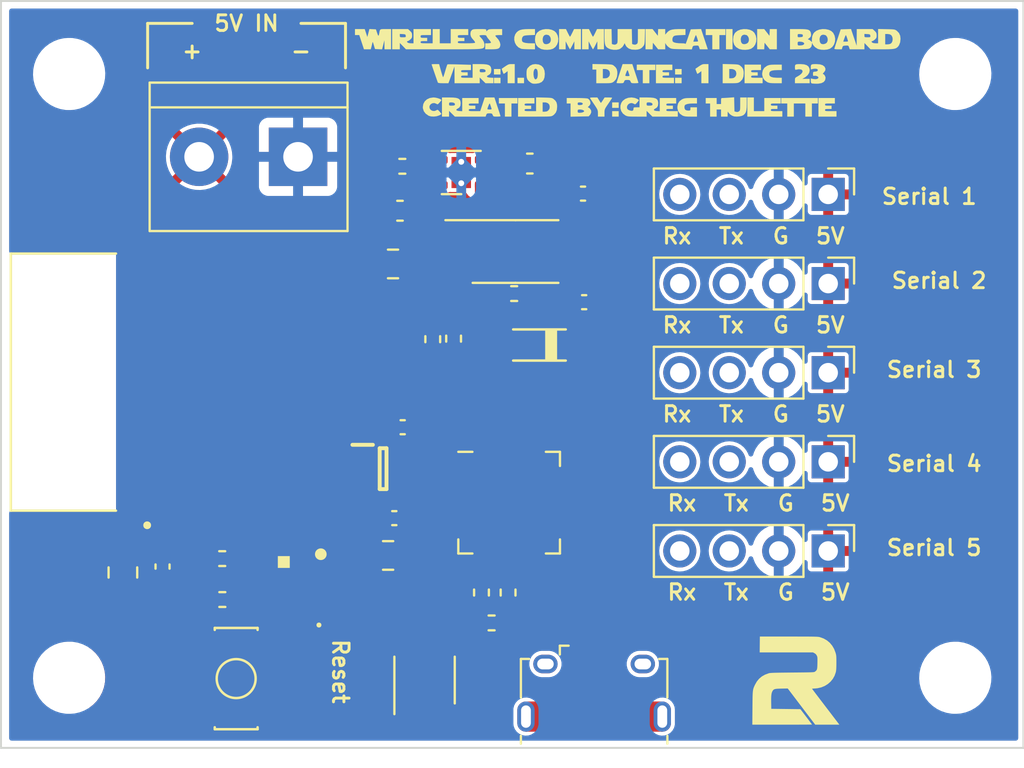
<source format=kicad_pcb>
(kicad_pcb (version 20211014) (generator pcbnew)
  (title_block (title "R2 Droid Gateway") (date "2023-07-06") (rev "1.1") (company "Created by: Greg Hulette") (comment 1 "- Creates WiFi Network for Remote Web Access") (comment 2 "- WiFi to LoRa Bridge") (comment 3 "- Buttons for Master Relay"))
  (layers (0 "F.Cu" signal) (1 "In1.Cu" signal) (2 "In2.Cu" signal) (31 "B.Cu" signal) (34 "B.Paste" user) (35 "F.Paste" user) (36 "B.SilkS" user "B.Silkscreen") (37 "F.SilkS" user "F.Silkscreen") (38 "B.Mask" user) (39 "F.Mask" user) (44 "Edge.Cuts" user))
  (net 0 "")
  (net 1 "+3V3")
  (net 2 "GND")
  (net 3 "RESET")
  (net 4 "Net-(C6-Pad2)")
  (net 5 "VBUS")
  (net 6 "+5V")
  (net 7 "Net-(D1-PadA)")
  (net 8 "USB_DP")
  (net 9 "USB_DN")
  (net 13 "Net-(L2-Pad3)")
  (net 14 "DTR")
  (net 15 "RTS")
  (net 16 "GPIO0")
  (net 17 "Net-(R2-Pad1)")
  (net 18 "RXD0")
  (net 19 "Net-(R3-Pad1)")
  (net 20 "TXD0")
  (net 21 "Net-(R4-Pad2)")
  (net 22 "Net-(R6-Pad1)")
  (net 23 "Net-(R9-Pad1)")
  (net 25 "STATUS_LED_DATA")
  (net 56 "TX_HEADER")
  (net 59 "RX4")
  (net 60 "TX4")
  (net 61 "RX5")
  (net 62 "TX5")
  (net 63 "TX3")
  (net 64 "RX3")
  (net 65 "TX2")
  (net 66 "RX2")
  (net 67 "TX1")
  (net 68 "RX1")
  (footprint "Connector_PinHeader_2.54mm:PinHeader_1x04_P2.54mm_Vertical" (layer "F.Cu") (at 147.974 102.259 -90)
    (fp_text reference "J4")
    (fp_text value "Conn_01x04" hide)
    (pad "1" thru_hole rect locked (at 0 0 270) (size 1.7 1.7) (drill 1) (layers *.Cu *.Mask) (net 6 "+5V"))
    (pad "2" thru_hole oval locked (at 0 2.54 270) (size 1.7 1.7) (drill 1) (layers *.Cu *.Mask) (net 2 "GND"))
    (pad "3" thru_hole oval locked (at 0 5.08 270) (size 1.7 1.7) (drill 1) (layers *.Cu *.Mask) (net 65 "TX2"))
    (pad "4" thru_hole oval locked (at 0 7.62 270) (size 1.7 1.7) (drill 1) (layers *.Cu *.Mask) (net 66 "RX2"))
  )
  (footprint "Resistor_SMD:R_0402_1005Metric" (layer "F.Cu") (at 130.692 119.684 180)
    (fp_text reference "R4")
    (fp_text value "22.1K" hide)
    (pad "1" smd roundrect locked (at -0.51 0 180) (size 0.54 0.64) (layers "F.Cu" "F.Paste" "F.Mask") (net 5 "VBUS"))
    (pad "2" smd roundrect locked (at 0.51 0 180) (size 0.54 0.64) (layers "F.Cu" "F.Paste" "F.Mask") (net 21 "Net-(R4-Pad2)"))
  )
  (footprint "Custom:SOT65P230X110-6N" (layer "F.Cu") (at 125.121 111.764)
    (fp_text reference "Q2")
    (fp_text value "UMH3N" hide)
    (pad "1" smd rect (at -1.05 -0.65) (size 1.05 0.45) (layers "F.Cu" "F.Paste" "F.Mask") (net 15 "RTS"))
    (pad "2" smd rect (at -1.05 0) (size 1.05 0.45) (layers "F.Cu" "F.Paste" "F.Mask") (net 14 "DTR"))
    (pad "3" smd rect (at -1.05 0.65) (size 1.05 0.45) (layers "F.Cu" "F.Paste" "F.Mask") (net 16 "GPIO0"))
    (pad "4" smd rect (at 1.05 0.65) (size 1.05 0.45) (layers "F.Cu" "F.Paste" "F.Mask") (net 14 "DTR"))
    (pad "5" smd rect (at 1.05 0) (size 1.05 0.45) (layers "F.Cu" "F.Paste" "F.Mask") (net 15 "RTS"))
    (pad "6" smd rect (at 1.05 -0.65) (size 1.05 0.45) (layers "F.Cu" "F.Paste" "F.Mask") (net 3 "RESET"))
  )
  (footprint "Capacitor_SMD:C_0402_1005Metric" (layer "F.Cu") (at 126.126 109.636)
    (fp_text reference "C3")
    (fp_text value ".1uF" hide)
    (pad "1" smd roundrect locked (at -0.48 0) (size 0.56 0.62) (layers "F.Cu" "F.Paste" "F.Mask") (net 3 "RESET"))
    (pad "2" smd roundrect locked (at 0.48 0) (size 0.56 0.62) (layers "F.Cu" "F.Paste" "F.Mask") (net 2 "GND"))
  )
  (footprint "Resistor_SMD:R_0402_1005Metric" (layer "F.Cu") (at 131.538 118.124 -90)
    (fp_text reference "R6")
    (fp_text value "1K" hide)
    (pad "1" smd roundrect locked (at -0.51 0 270) (size 0.54 0.64) (layers "F.Cu" "F.Paste" "F.Mask") (net 22 "Net-(R6-Pad1)"))
    (pad "2" smd roundrect locked (at 0.51 0 270) (size 0.54 0.64) (layers "F.Cu" "F.Paste" "F.Mask") (net 1 "+3V3"))
  )
  (footprint "Package_SO:TSSOP-8_4.4x3mm_P0.65mm" (layer "F.Cu") (at 131.92 100.614)
    (fp_text reference "U4")
    (fp_text value "TPS2115APW" hide)
    (pad "1" smd roundrect locked (at -2.8625 -0.975) (size 1.475 0.4) (layers "F.Cu" "F.Paste" "F.Mask"))
    (pad "2" smd roundrect locked (at -2.8625 -0.325) (size 1.475 0.4) (layers "F.Cu" "F.Paste" "F.Mask") (net 2 "GND"))
    (pad "3" smd roundrect locked (at -2.8625 0.325) (size 1.475 0.4) (layers "F.Cu" "F.Paste" "F.Mask") (net 6 "+5V"))
    (pad "4" smd roundrect locked (at -2.8625 0.975) (size 1.475 0.4) (layers "F.Cu" "F.Paste" "F.Mask") (net 23 "Net-(R9-Pad1)"))
    (pad "5" smd roundrect locked (at 2.8625 0.975) (size 1.475 0.4) (layers "F.Cu" "F.Paste" "F.Mask") (net 2 "GND"))
    (pad "6" smd roundrect locked (at 2.8625 0.325) (size 1.475 0.4) (layers "F.Cu" "F.Paste" "F.Mask") (net 5 "VBUS"))
    (pad "7" smd roundrect locked (at 2.8625 -0.325) (size 1.475 0.4) (layers "F.Cu" "F.Paste" "F.Mask") (net 4 "Net-(C6-Pad2)"))
    (pad "8" smd roundrect locked (at 2.8625 -0.975) (size 1.475 0.4) (layers "F.Cu" "F.Paste" "F.Mask") (net 6 "+5V"))
  )
  (footprint "Capacitor_SMD:C_0805_2012Metric" (layer "F.Cu") (at 125.63 101.252)
    (fp_text reference "C8")
    (fp_text value "10uF" hide)
    (pad "1" smd roundrect locked (at -0.95 0) (size 1 1.45) (layers "F.Cu" "F.Paste" "F.Mask") (net 2 "GND"))
    (pad "2" smd roundrect locked (at 0.95 0) (size 1 1.45) (layers "F.Cu" "F.Paste" "F.Mask") (net 4 "Net-(C6-Pad2)"))
  )
  (footprint "TerminalBlock:TerminalBlock_bornier-2_P5.08mm" (layer "F.Cu") (at 120.754 95.752 180)
    (fp_text reference "J2")
    (fp_text value "Power In" hide)
    (pad "1" thru_hole rect locked (at 0 0 180) (size 3 3) (drill 1.52) (layers *.Cu *.Mask) (net 2 "GND"))
    (pad "2" thru_hole circle locked (at 5.08 0 180) (size 3 3) (drill 1.52) (layers *.Cu *.Mask) (net 6 "+5V"))
  )
  (footprint "MountingHole:MountingHole_3.2mm_M3" (layer "F.Cu") (at 109 91.5)
    (fp_text reference "REF**" hide)
    (fp_text value "MountingHole_3.2mm_M3" hide)
    (pad "" np_thru_hole circle locked (at 0 0) (size 3.2 3.2) (drill 3.2) (layers *.Cu *.Mask))
  )
  (footprint "Resistor_SMD:R_0402_1005Metric" (layer "F.Cu") (at 130.172 118.124 -90)
    (fp_text reference "R5")
    (fp_text value "47.5K" hide)
    (pad "1" smd roundrect locked (at -0.51 0 270) (size 0.54 0.64) (layers "F.Cu" "F.Paste" "F.Mask") (net 21 "Net-(R4-Pad2)"))
    (pad "2" smd roundrect locked (at 0.51 0 270) (size 0.54 0.64) (layers "F.Cu" "F.Paste" "F.Mask") (net 2 "GND"))
  )
  (footprint "Capacitor_SMD:C_0805_2012Metric" (layer "F.Cu") (at 125.378 116.22 180)
    (fp_text reference "C4")
    (fp_text value "4.7uF" hide)
    (pad "1" smd roundrect locked (at -0.95 0 180) (size 1 1.45) (layers "F.Cu" "F.Paste" "F.Mask") (net 1 "+3V3"))
    (pad "2" smd roundrect locked (at 0.95 0 180) (size 1 1.45) (layers "F.Cu" "F.Paste" "F.Mask") (net 2 "GND"))
  )
  (footprint "Resistor_SMD:R_0402_1005Metric" (layer "F.Cu") (at 127.67 105.116 90)
    (fp_text reference "R2")
    (fp_text value "1K" hide)
    (pad "1" smd roundrect locked (at -0.51 0 90) (size 0.54 0.64) (layers "F.Cu" "F.Paste" "F.Mask") (net 17 "Net-(R2-Pad1)"))
    (pad "2" smd roundrect locked (at 0.51 0 90) (size 0.54 0.64) (layers "F.Cu" "F.Paste" "F.Mask") (net 18 "RXD0"))
  )
  (footprint "Resistor_SMD:R_0402_1005Metric" (layer "F.Cu") (at 116.86 116.382 180)
    (fp_text reference "R16")
    (fp_text value "470" hide)
    (pad "1" smd roundrect locked (at -0.51 0 180) (size 0.54 0.64) (layers "F.Cu" "F.Paste" "F.Mask") (net 13 "Net-(L2-Pad3)"))
    (pad "2" smd roundrect locked (at 0.51 0 180) (size 0.54 0.64) (layers "F.Cu" "F.Paste" "F.Mask") (net 25 "STATUS_LED_DATA"))
  )
  (footprint "MountingHole:MountingHole_3.2mm_M3" (layer "F.Cu") (at 154.5 122.5)
    (fp_text reference "REF**" hide)
    (fp_text value "MountingHole_3.2mm_M3" hide)
    (pad "" np_thru_hole circle locked (at 0 0) (size 3.2 3.2) (drill 3.2) (layers *.Cu *.Mask))
  )
  (footprint "Custom:MODULE_ESP32-PICO-MINI-02" (layer "F.Cu") (at 117.007 107.32 90)
    (fp_text reference "U1")
    (fp_text value "ESP32-PICO-MINI-02" hide)
    (pad "1" smd rect (at -5.9 -4 90) (size 0.8 0.4) (layers "F.Cu" "F.Paste" "F.Mask") (net 2 "GND"))
    (pad "2" smd rect (at -5.9 -3.2 90) (size 0.8 0.4) (layers "F.Cu" "F.Paste" "F.Mask") (net 2 "GND"))
    (pad "3" smd rect (at -5.9 -2.4 90) (size 0.8 0.4) (layers "F.Cu" "F.Paste" "F.Mask") (net 1 "+3V3"))
    (pad "4" smd rect (at -5.9 -1.6 90) (size 0.8 0.4) (layers "F.Cu" "F.Paste" "F.Mask"))
    (pad "5" smd rect (at -5.9 -0.8 90) (size 0.8 0.4) (layers "F.Cu" "F.Paste" "F.Mask"))
    (pad "6" smd rect (at -5.9 0 90) (size 0.8 0.4) (layers "F.Cu" "F.Paste" "F.Mask"))
    (pad "7" smd rect (at -5.9 0.8 90) (size 0.8 0.4) (layers "F.Cu" "F.Paste" "F.Mask"))
    (pad "8" smd rect (at -5.9 1.6 90) (size 0.8 0.4) (layers "F.Cu" "F.Paste" "F.Mask") (net 3 "RESET"))
    (pad "9" smd rect (at -5.9 2.4 90) (size 0.8 0.4) (layers "F.Cu" "F.Paste" "F.Mask"))
    (pad "10" smd rect (at -5.9 3.2 90) (size 0.8 0.4) (layers "F.Cu" "F.Paste" "F.Mask"))
    (pad "11" smd rect (at -5.9 4 90) (size 0.8 0.4) (layers "F.Cu" "F.Paste" "F.Mask") (net 2 "GND"))
    (pad "12" smd rect (at -4.8 4.9 90) (size 0.4 0.8) (layers "F.Cu" "F.Paste" "F.Mask"))
    (pad "13" smd rect (at -4 4.9 90) (size 0.4 0.8) (layers "F.Cu" "F.Paste" "F.Mask"))
    (pad "14" smd rect (at -3.2 4.9 90) (size 0.4 0.8) (layers "F.Cu" "F.Paste" "F.Mask") (net 2 "GND"))
    (pad "15" smd rect (at -2.4 4.9 90) (size 0.4 0.8) (layers "F.Cu" "F.Paste" "F.Mask"))
    (pad "16" smd rect (at -1.6 4.9 90) (size 0.4 0.8) (layers "F.Cu" "F.Paste" "F.Mask"))
    (pad "17" smd rect (at -0.8 4.9 90) (size 0.4 0.8) (layers "F.Cu" "F.Paste" "F.Mask") (net 59 "RX4"))
    (pad "18" smd rect (at 0 4.9 90) (size 0.4 0.8) (layers "F.Cu" "F.Paste" "F.Mask") (net 60 "TX4"))
    (pad "19" smd rect (at 0.8 4.9 90) (size 0.4 0.8) (layers "F.Cu" "F.Paste" "F.Mask") (net 61 "RX5"))
    (pad "20" smd rect (at 1.6 4.9 90) (size 0.4 0.8) (layers "F.Cu" "F.Paste" "F.Mask") (net 62 "TX5"))
    (pad "21" smd rect (at 2.4 4.9 90) (size 0.4 0.8) (layers "F.Cu" "F.Paste" "F.Mask") (net 63 "TX3"))
    (pad "22" smd rect (at 3.2 4.9 90) (size 0.4 0.8) (layers "F.Cu" "F.Paste" "F.Mask") (net 56 "TX_HEADER"))
    (pad "23" smd rect (at 4 4.9 90) (size 0.4 0.8) (layers "F.Cu" "F.Paste" "F.Mask") (net 16 "GPIO0"))
    (pad "24" smd rect (at 4.8 4.9 90) (size 0.4 0.8) (layers "F.Cu" "F.Paste" "F.Mask") (net 64 "RX3"))
    (pad "25" smd rect (at 5.9 4 90) (size 0.8 0.4) (layers "F.Cu" "F.Paste" "F.Mask"))
    (pad "26" smd rect (at 5.9 3.2 90) (size 0.8 0.4) (layers "F.Cu" "F.Paste" "F.Mask") (net 65 "TX2"))
    (pad "27" smd rect (at 5.9 2.4 90) (size 0.8 0.4) (layers "F.Cu" "F.Paste" "F.Mask") (net 66 "RX2"))
    (pad "28" smd rect (at 5.9 1.6 90) (size 0.8 0.4) (layers "F.Cu" "F.Paste" "F.Mask") (net 67 "TX1"))
    (pad "29" smd rect (at 5.9 0.8 90) (size 0.8 0.4) (layers "F.Cu" "F.Paste" "F.Mask") (net 68 "RX1"))
    (pad "30" smd rect (at 5.9 0 90) (size 0.8 0.4) (layers "F.Cu" "F.Paste" "F.Mask") (net 18 "RXD0"))
    (pad "31" smd rect (at 5.9 -0.8 90) (size 0.8 0.4) (layers "F.Cu" "F.Paste" "F.Mask") (net 20 "TXD0"))
    (pad "32" smd rect (at 5.9 -1.6 90) (size 0.8 0.4) (layers "F.Cu" "F.Paste" "F.Mask"))
    (pad "33" smd rect (at 5.9 -2.4 90) (size 0.8 0.4) (layers "F.Cu" "F.Paste" "F.Mask") (net 25 "STATUS_LED_DATA"))
    (pad "34" smd rect (at 5.9 -3.2 90) (size 0.8 0.4) (layers "F.Cu" "F.Paste" "F.Mask"))
    (pad "35" smd rect (at 5.9 -4 90) (size 0.8 0.4) (layers "F.Cu" "F.Paste" "F.Mask"))
    (pad "36" smd rect (at 4.8 -4.9 90) (size 0.4 0.8) (layers "F.Cu" "F.Paste" "F.Mask") (net 2 "GND"))
    (pad "37" smd rect (at 4 -4.9 90) (size 0.4 0.8) (layers "F.Cu" "F.Paste" "F.Mask") (net 2 "GND"))
    (pad "38" smd rect (at 3.2 -4.9 90) (size 0.4 0.8) (layers "F.Cu" "F.Paste" "F.Mask") (net 2 "GND"))
    (pad "39" smd rect (at 2.4 -4.9 90) (size 0.4 0.8) (layers "F.Cu" "F.Paste" "F.Mask") (net 2 "GND"))
    (pad "40" smd rect (at 1.6 -4.9 90) (size 0.4 0.8) (layers "F.Cu" "F.Paste" "F.Mask") (net 2 "GND"))
    (pad "41" smd rect (at 0.8 -4.9 90) (size 0.4 0.8) (layers "F.Cu" "F.Paste" "F.Mask") (net 2 "GND"))
    (pad "42" smd rect (at 0 -4.9 90) (size 0.4 0.8) (layers "F.Cu" "F.Paste" "F.Mask") (net 2 "GND"))
    (pad "43" smd rect (at -0.8 -4.9 90) (size 0.4 0.8) (layers "F.Cu" "F.Paste" "F.Mask") (net 2 "GND"))
    (pad "44" smd rect (at -1.6 -4.9 90) (size 0.4 0.8) (layers "F.Cu" "F.Paste" "F.Mask") (net 2 "GND"))
    (pad "45" smd rect (at -2.4 -4.9 90) (size 0.4 0.8) (layers "F.Cu" "F.Paste" "F.Mask") (net 2 "GND"))
    (pad "46" smd rect (at -3.2 -4.9 90) (size 0.4 0.8) (layers "F.Cu" "F.Paste" "F.Mask") (net 2 "GND"))
    (pad "47" smd rect (at -4 -4.9 90) (size 0.4 0.8) (layers "F.Cu" "F.Paste" "F.Mask") (net 2 "GND"))
    (pad "48" smd rect (at -4.8 -4.9 90) (size 0.4 0.8) (layers "F.Cu" "F.Paste" "F.Mask") (net 2 "GND"))
    (pad "49" smd rect (at 0 0 90) (size 1.45 1.45) (layers "F.Cu" "F.Paste" "F.Mask") (net 2 "GND"))
    (pad "50" smd rect (at 5.95 -4.95 90) (size 0.7 0.7) (layers "F.Cu" "F.Paste" "F.Mask") (net 2 "GND"))
    (pad "51" smd rect (at 5.95 4.95 90) (size 0.7 0.7) (layers "F.Cu" "F.Paste" "F.Mask") (net 2 "GND"))
    (pad "52" smd rect (at -5.95 4.95 90) (size 0.7 0.7) (layers "F.Cu" "F.Paste" "F.Mask") (net 2 "GND"))
    (pad "53" smd rect (at -5.95 -4.95 90) (size 0.7 0.7) (layers "F.Cu" "F.Paste" "F.Mask") (net 2 "GND"))
    (pad "54" smd rect (at -1.95 0 90) (size 1.45 1.45) (layers "F.Cu" "F.Paste" "F.Mask") (net 2 "GND"))
    (pad "55" smd rect (at -1.95 1.95 90) (size 1.45 1.45) (layers "F.Cu" "F.Paste" "F.Mask") (net 2 "GND"))
    (pad "56" smd rect (at 0 1.95 90) (size 1.45 1.45) (layers "F.Cu" "F.Paste" "F.Mask") (net 2 "GND"))
    (pad "57" smd rect (at 1.95 1.95 90) (size 1.45 1.45) (layers "F.Cu" "F.Paste" "F.Mask") (net 2 "GND"))
    (pad "58" smd rect (at 1.95 0 90) (size 1.45 1.45) (layers "F.Cu" "F.Paste" "F.Mask") (net 2 "GND"))
    (pad "59" smd rect (at 1.95 -1.95 90) (size 1.45 1.45) (layers "F.Cu" "F.Paste" "F.Mask") (net 2 "GND"))
    (pad "60" smd rect (at 0 -1.95 90) (size 1.45 1.45) (layers "F.Cu" "F.Paste" "F.Mask") (net 2 "GND"))
    (pad "61" smd custom (at -1.95 -1.95 90) (size 0.5 0.5) (layers "F.Cu") (net 2 "GND") (options (clearance outline) (anchor rect)) (primitives (gr_poly (pts (xy 0.725 0.725) (xy -0.725 0.725) (xy -0.725 -0.125) (xy -0.125 -0.725) (xy 0.725 -0.725)) (width 0.01) (fill yes))))
    (zone (net 0) (net_name "") (layer "F.Cu") (connect_pads (clearance 0)) (min_thickness 0.01)
      (keepout (tracks not_allowed) (vias not_allowed) (pads not_allowed) (copperpour not_allowed) (footprints allowed))
      (fill (thermal_gap 0.508) (thermal_bridge_width 0.508))
      (polygon (pts (xy 106.007 113.92) (xy 106.007 100.72) (xy 111.407 100.72) (xy 111.407 113.92)))
    )
    (zone (net 0) (net_name "") (layer "B.Cu") (connect_pads (clearance 0)) (min_thickness 0.01)
      (keepout (tracks not_allowed) (vias not_allowed) (pads not_allowed) (copperpour not_allowed) (footprints allowed))
      (fill (thermal_gap 0.508) (thermal_bridge_width 0.508))
      (polygon (pts (xy 106.007 113.92) (xy 106.007 100.72) (xy 111.407 100.72) (xy 111.407 113.92)))
    )
  )
  (footprint "Connector_PinHeader_2.54mm:PinHeader_1x04_P2.54mm_Vertical" (layer "F.Cu") (at 147.974 106.836 -90)
    (fp_text reference "J5")
    (fp_text value "Conn_01x04" hide)
    (pad "1" thru_hole rect locked (at 0 0 270) (size 1.7 1.7) (drill 1) (layers *.Cu *.Mask) (net 6 "+5V"))
    (pad "2" thru_hole oval locked (at 0 2.54 270) (size 1.7 1.7) (drill 1) (layers *.Cu *.Mask) (net 2 "GND"))
    (pad "3" thru_hole oval locked (at 0 5.08 270) (size 1.7 1.7) (drill 1) (layers *.Cu *.Mask) (net 63 "TX3"))
    (pad "4" thru_hole oval locked (at 0 7.62 270) (size 1.7 1.7) (drill 1) (layers *.Cu *.Mask) (net 64 "RX3"))
  )
  (footprint "Capacitor_SMD:C_0402_1005Metric" (layer "F.Cu") (at 135.444 103.216)
    (fp_text reference "C12")
    (fp_text value ".1uF" hide)
    (pad "1" smd roundrect locked (at -0.48 0) (size 0.56 0.62) (layers "F.Cu" "F.Paste" "F.Mask") (net 5 "VBUS"))
    (pad "2" smd roundrect locked (at 0.48 0) (size 0.56 0.62) (layers "F.Cu" "F.Paste" "F.Mask") (net 2 "GND"))
  )
  (footprint "Connector_PinHeader_2.54mm:PinHeader_1x04_P2.54mm_Vertical" (layer "F.Cu") (at 147.974 115.99 -90)
    (fp_text reference "J7")
    (fp_text value "Conn_01x04" hide)
    (pad "1" thru_hole rect locked (at 0 0 270) (size 1.7 1.7) (drill 1) (layers *.Cu *.Mask) (net 6 "+5V"))
    (pad "2" thru_hole oval locked (at 0 2.54 270) (size 1.7 1.7) (drill 1) (layers *.Cu *.Mask) (net 2 "GND"))
    (pad "3" thru_hole oval locked (at 0 5.08 270) (size 1.7 1.7) (drill 1) (layers *.Cu *.Mask) (net 62 "TX5"))
    (pad "4" thru_hole oval locked (at 0 7.62 270) (size 1.7 1.7) (drill 1) (layers *.Cu *.Mask) (net 61 "RX5"))
  )
  (footprint "MountingHole:MountingHole_3.2mm_M3" (layer "F.Cu") (at 109 122.5)
    (fp_text reference "REF**" hide)
    (fp_text value "MountingHole_3.2mm_M3" hide)
    (pad "" np_thru_hole circle locked (at 0 0) (size 3.2 3.2) (drill 3.2) (layers *.Cu *.Mask))
  )
  (footprint "Capacitor_SMD:C_0603_1608Metric" (layer "F.Cu") (at 125.988 98.52 180)
    (fp_text reference "C6")
    (fp_text value "1uF" hide)
    (pad "1" smd roundrect locked (at -0.775 0 180) (size 0.9 0.95) (layers "F.Cu" "F.Paste" "F.Mask") (net 2 "GND"))
    (pad "2" smd roundrect locked (at 0.775 0 180) (size 0.9 0.95) (layers "F.Cu" "F.Paste" "F.Mask") (net 4 "Net-(C6-Pad2)"))
  )
  (footprint "Resistor_SMD:R_0402_1005Metric" (layer "F.Cu") (at 131.85 102.774)
    (fp_text reference "R9")
    (fp_text value "400" hide)
    (pad "1" smd roundrect locked (at -0.51 0) (size 0.54 0.64) (layers "F.Cu" "F.Paste" "F.Mask") (net 23 "Net-(R9-Pad1)"))
    (pad "2" smd roundrect locked (at 0.51 0) (size 0.54 0.64) (layers "F.Cu" "F.Paste" "F.Mask") (net 2 "GND"))
  )
  (footprint "Connector_PinHeader_2.54mm:PinHeader_1x04_P2.54mm_Vertical" (layer "F.Cu") (at 147.974 111.413 -90)
    (fp_text reference "J6")
    (fp_text value "Conn_01x04" hide)
    (pad "1" thru_hole rect locked (at 0 0 270) (size 1.7 1.7) (drill 1) (layers *.Cu *.Mask) (net 6 "+5V"))
    (pad "2" thru_hole oval locked (at 0 2.54 270) (size 1.7 1.7) (drill 1) (layers *.Cu *.Mask) (net 2 "GND"))
    (pad "3" thru_hole oval locked (at 0 5.08 270) (size 1.7 1.7) (drill 1) (layers *.Cu *.Mask) (net 60 "TX4"))
    (pad "4" thru_hole oval locked (at 0 7.62 270) (size 1.7 1.7) (drill 1) (layers *.Cu *.Mask) (net 59 "RX4"))
  )
  (footprint "Capacitor_SMD:C_0402_1005Metric" (layer "F.Cu") (at 113.796 116.79 -90)
    (fp_text reference "C2")
    (fp_text value ".1uF" hide)
    (pad "1" smd roundrect locked (at -0.48 0 270) (size 0.56 0.62) (layers "F.Cu" "F.Paste" "F.Mask") (net 1 "+3V3"))
    (pad "2" smd roundrect locked (at 0.48 0 270) (size 0.56 0.62) (layers "F.Cu" "F.Paste" "F.Mask") (net 2 "GND"))
  )
  (footprint "Resistor_SMD:R_0402_1005Metric" (layer "F.Cu") (at 128.74 105.088 90)
    (fp_text reference "R3")
    (fp_text value "1K" hide)
    (pad "1" smd roundrect locked (at -0.51 0 90) (size 0.54 0.64) (layers "F.Cu" "F.Paste" "F.Mask") (net 19 "Net-(R3-Pad1)"))
    (pad "2" smd roundrect locked (at 0.51 0 90) (size 0.54 0.64) (layers "F.Cu" "F.Paste" "F.Mask") (net 20 "TXD0"))
  )
  (footprint "Capacitor_SMD:C_0805_2012Metric" (layer "F.Cu") (at 111.76 117.094 -90)
    (fp_text reference "C1")
    (fp_text value "10uF" hide)
    (pad "1" smd roundrect locked (at -0.95 0 270) (size 1 1.45) (layers "F.Cu" "F.Paste" "F.Mask") (net 1 "+3V3"))
    (pad "2" smd roundrect locked (at 0.95 0 270) (size 1 1.45) (layers "F.Cu" "F.Paste" "F.Mask") (net 2 "GND"))
  )
  (footprint "Connector_USB:USB_Micro-B_Amphenol_10118194_Horizontal" (layer "F.Cu") (at 135.956 123.194)
    (fp_text reference "J1")
    (fp_text value "USB_B_Micro" hide)
    (pad "1" smd rect locked (at -1.3 -1.4) (size 0.4 1.35) (layers "F.Cu" "F.Paste" "F.Mask") (net 7 "Net-(D1-PadA)"))
    (pad "2" smd rect locked (at -0.65 -1.4) (size 0.4 1.35) (layers "F.Cu" "F.Paste" "F.Mask") (net 9 "USB_DN"))
    (pad "3" smd rect locked (at 0 -1.4) (size 0.4 1.35) (layers "F.Cu" "F.Paste" "F.Mask") (net 8 "USB_DP"))
    (pad "4" smd rect locked (at 0.65 -1.4) (size 0.4 1.35) (layers "F.Cu" "F.Paste" "F.Mask"))
    (pad "5" smd rect locked (at 1.3 -1.4) (size 0.4 1.35) (layers "F.Cu" "F.Paste" "F.Mask") (net 2 "GND"))
    (pad "6" thru_hole oval locked (at -2.5 -1.4) (size 1.25 0.95) (drill oval 0.85 0.55) (layers *.Cu *.Mask))
    (pad "6" smd rect locked (at 2.9 1.3) (size 1.2 1.55) (layers "F.Cu" "F.Paste" "F.Mask"))
    (pad "6" smd rect locked (at -1 1.3) (size 1.5 1.55) (layers "F.Cu" "F.Paste" "F.Mask"))
    (pad "6" thru_hole oval locked (at 2.5 -1.4) (size 1.25 0.95) (drill oval 0.85 0.55) (layers *.Cu *.Mask))
    (pad "6" smd rect locked (at -2.9 1.3) (size 1.2 1.55) (layers "F.Cu" "F.Paste" "F.Mask"))
    (pad "6" thru_hole oval locked (at -3.5 1.3) (size 0.89 1.55) (drill oval 0.5 1.15) (layers *.Cu *.Mask))
    (pad "6" thru_hole oval locked (at 3.5 1.3) (size 0.89 1.55) (drill oval 0.5 1.15) (layers *.Cu *.Mask))
    (pad "6" smd rect locked (at 1 1.3) (size 1.5 1.55) (layers "F.Cu" "F.Paste" "F.Mask"))
  )
  (footprint "Custom:WS2812B-2020" (layer "F.Cu") (at 120.022 117.157)
    (fp_text reference "L2")
    (fp_text value "WS2812B-2020" hide)
    (pad "1" smd rect (at 1.015 0.65) (size 1 1) (layers "F.Cu" "F.Paste" "F.Mask"))
    (pad "2" smd rect (at 1.015 -0.65) (size 1 1) (layers "F.Cu" "F.Paste" "F.Mask") (net 2 "GND"))
    (pad "3" smd rect (at -1.015 -0.65) (size 1 1) (layers "F.Cu" "F.Paste" "F.Mask") (net 13 "Net-(L2-Pad3)"))
    (pad "4" smd rect (at -1.015 0.65) (size 1 1) (layers "F.Cu" "F.Paste" "F.Mask") (net 1 "+3V3"))
  )
  (footprint "MountingHole:MountingHole_3.2mm_M3" (layer "F.Cu") (at 154.5 91.5)
    (fp_text reference "REF**" hide)
    (fp_text value "MountingHole_3.2mm_M3" hide)
    (pad "" np_thru_hole circle locked (at 0 0) (size 3.2 3.2) (drill 3.2) (layers *.Cu *.Mask))
  )
  (footprint "Capacitor_SMD:C_0402_1005Metric" (layer "F.Cu") (at 135.386 97.642)
    (fp_text reference "C9")
    (fp_text value ".1uF" hide)
    (pad "1" smd roundrect locked (at -0.48 0) (size 0.56 0.62) (layers "F.Cu" "F.Paste" "F.Mask") (net 6 "+5V"))
    (pad "2" smd roundrect locked (at 0.48 0) (size 0.56 0.62) (layers "F.Cu" "F.Paste" "F.Mask") (net 2 "GND"))
  )
  (footprint "Capacitor_SMD:C_0402_1005Metric" (layer "F.Cu") (at 125.696 114.304 180)
    (fp_text reference "C5")
    (fp_text value ".1uF" hide)
    (pad "1" smd roundrect locked (at -0.48 0 180) (size 0.56 0.62) (layers "F.Cu" "F.Paste" "F.Mask") (net 1 "+3V3"))
    (pad "2" smd roundrect locked (at 0.48 0 180) (size 0.56 0.62) (layers "F.Cu" "F.Paste" "F.Mask") (net 2 "GND"))
  )
  (footprint "Package_DFN_QFN:QFN-28-1EP_5x5mm_P0.5mm_EP3.35x3.35mm" (layer "F.Cu") (at 131.592 113.51)
    (fp_text reference "U2")
    (fp_text value "CP2102N-A02-GQFN28" hide)
    (pad "1" smd roundrect locked (at -2.45 -1.5) (size 0.8 0.25) (layers "F.Cu" "F.Paste" "F.Mask"))
    (pad "2" smd roundrect locked (at -2.45 -1) (size 0.8 0.25) (layers "F.Cu" "F.Paste" "F.Mask"))
    (pad "3" smd roundrect locked (at -2.45 -0.5) (size 0.8 0.25) (layers "F.Cu" "F.Paste" "F.Mask") (net 2 "GND"))
    (pad "4" smd roundrect locked (at -2.45 0) (size 0.8 0.25) (layers "F.Cu" "F.Paste" "F.Mask") (net 8 "USB_DP"))
    (pad "5" smd roundrect locked (at -2.45 0.5) (size 0.8 0.25) (layers "F.Cu" "F.Paste" "F.Mask") (net 9 "USB_DN"))
    (pad "6" smd roundrect locked (at -2.45 1) (size 0.8 0.25) (layers "F.Cu" "F.Paste" "F.Mask") (net 1 "+3V3"))
    (pad "7" smd roundrect locked (at -2.45 1.5) (size 0.8 0.25) (layers "F.Cu" "F.Paste" "F.Mask") (net 1 "+3V3"))
    (pad "8" smd roundrect locked (at -1.5 2.45) (size 0.25 0.8) (layers "F.Cu" "F.Paste" "F.Mask") (net 21 "Net-(R4-Pad2)"))
    (pad "9" smd roundrect locked (at -1 2.45) (size 0.25 0.8) (layers "F.Cu" "F.Paste" "F.Mask") (net 22 "Net-(R6-Pad1)"))
    (pad "10" smd roundrect locked (at -0.5 2.45) (size 0.25 0.8) (layers "F.Cu" "F.Paste" "F.Mask"))
    (pad "11" smd roundrect locked (at 0 2.45) (size 0.25 0.8) (layers "F.Cu" "F.Paste" "F.Mask"))
    (pad "12" smd roundrect locked (at 0.5 2.45) (size 0.25 0.8) (layers "F.Cu" "F.Paste" "F.Mask"))
    (pad "13" smd roundrect locked (at 1 2.45) (size 0.25 0.8) (layers "F.Cu" "F.Paste" "F.Mask"))
    (pad "14" smd roundrect locked (at 1.5 2.45) (size 0.25 0.8) (layers "F.Cu" "F.Paste" "F.Mask"))
    (pad "15" smd roundrect locked (at 2.45 1.5) (size 0.8 0.25) (layers "F.Cu" "F.Paste" "F.Mask"))
    (pad "16" smd roundrect locked (at 2.45 1) (size 0.8 0.25) (layers "F.Cu" "F.Paste" "F.Mask"))
    (pad "17" smd roundrect locked (at 2.45 0.5) (size 0.8 0.25) (layers "F.Cu" "F.Paste" "F.Mask"))
    (pad "18" smd roundrect locked (at 2.45 0) (size 0.8 0.25) (layers "F.Cu" "F.Paste" "F.Mask"))
    (pad "19" smd roundrect locked (at 2.45 -0.5) (size 0.8 0.25) (layers "F.Cu" "F.Paste" "F.Mask"))
    (pad "20" smd roundrect locked (at 2.45 -1) (size 0.8 0.25) (layers "F.Cu" "F.Paste" "F.Mask"))
    (pad "21" smd roundrect locked (at 2.45 -1.5) (size 0.8 0.25) (layers "F.Cu" "F.Paste" "F.Mask"))
    (pad "22" smd roundrect locked (at 1.5 -2.45) (size 0.25 0.8) (layers "F.Cu" "F.Paste" "F.Mask"))
    (pad "23" smd roundrect locked (at 1 -2.45) (size 0.25 0.8) (layers "F.Cu" "F.Paste" "F.Mask"))
    (pad "24" smd roundrect locked (at 0.5 -2.45) (size 0.25 0.8) (layers "F.Cu" "F.Paste" "F.Mask") (net 15 "RTS"))
    (pad "25" smd roundrect locked (at 0 -2.45) (size 0.25 0.8) (layers "F.Cu" "F.Paste" "F.Mask") (net 19 "Net-(R3-Pad1)"))
    (pad "26" smd roundrect locked (at -0.5 -2.45) (size 0.25 0.8) (layers "F.Cu" "F.Paste" "F.Mask") (net 17 "Net-(R2-Pad1)"))
    (pad "27" smd roundrect locked (at -1 -2.45) (size 0.25 0.8) (layers "F.Cu" "F.Paste" "F.Mask"))
    (pad "28" smd roundrect locked (at -1.5 -2.45) (size 0.25 0.8) (layers "F.Cu" "F.Paste" "F.Mask") (net 14 "DTR"))
    (pad "29" smd rect locked (at 0 0) (size 3.35 3.35) (layers "F.Cu" "F.Mask") (net 2 "GND"))
  )
  (footprint "Logos:WCB" (layer "F.Cu") (at 137.668 91.44)
    (fp_text reference "G***")
    (fp_text value "LOGO" hide)
  )
  (footprint "Connector_PinHeader_2.54mm:PinHeader_1x04_P2.54mm_Vertical" (layer "F.Cu") (at 147.974 97.682 -90)
    (fp_text reference "J3")
    (fp_text value "Conn_01x04" hide)
    (pad "1" thru_hole rect locked (at 0 0 270) (size 1.7 1.7) (drill 1) (layers *.Cu *.Mask) (net 6 "+5V"))
    (pad "2" thru_hole oval locked (at 0 2.54 270) (size 1.7 1.7) (drill 1) (layers *.Cu *.Mask) (net 2 "GND"))
    (pad "3" thru_hole oval locked (at 0 5.08 270) (size 1.7 1.7) (drill 1) (layers *.Cu *.Mask) (net 67 "TX1"))
    (pad "4" thru_hole oval locked (at 0 7.62 270) (size 1.7 1.7) (drill 1) (layers *.Cu *.Mask) (net 68 "RX1"))
  )
  (footprint "Package_TO_SOT_SMD:SOT-143" (layer "F.Cu") (at 127.25 122.618 90)
    (fp_text reference "D2")
    (fp_text value "SP0503BAHTG" hide)
    (pad "1" smd rect locked (at -1.1 -0.77) (size 1.2 1.4) (layers "F.Cu" "F.Paste" "F.Mask") (net 2 "GND"))
    (pad "2" smd rect locked (at -1.1 0.95) (size 1 1.4) (layers "F.Cu" "F.Paste" "F.Mask") (net 7 "Net-(D1-PadA)"))
    (pad "3" smd rect locked (at 1.1 0.95) (size 1 1.4) (layers "F.Cu" "F.Paste" "F.Mask") (net 8 "USB_DP"))
    (pad "4" smd rect locked (at 1.1 -0.95) (size 1 1.4) (layers "F.Cu" "F.Paste" "F.Mask") (net 9 "USB_DN"))
  )
  (footprint "Capacitor_SMD:C_0603_1608Metric" (layer "F.Cu") (at 132.654 96.098 180)
    (fp_text reference "C7")
    (fp_text value "1uF" hide)
    (pad "1" smd roundrect locked (at -0.775 0 180) (size 0.9 0.95) (layers "F.Cu" "F.Paste" "F.Mask") (net 2 "GND"))
    (pad "2" smd roundrect locked (at 0.775 0 180) (size 0.9 0.95) (layers "F.Cu" "F.Paste" "F.Mask") (net 1 "+3V3"))
  )
  (footprint "Custom:SOD3716X135N" (layer "F.Cu") (at 133.1485 105.4145 180)
    (fp_text reference "D1")
    (fp_text value "B5819W-TP" hide)
    (pad "A" smd rect (at 1.6383 0 180) (size 0.9144 1.2192) (layers "F.Cu" "F.Paste" "F.Mask") (net 7 "Net-(D1-PadA)"))
    (pad "C" smd rect (at -1.6383 0 180) (size 0.9144 1.2192) (layers "F.Cu" "F.Paste" "F.Mask") (net 5 "VBUS"))
  )
  (footprint "Package_SON:WSON-6-1EP_2x2mm_P0.65mm_EP1x1.6mm_ThermalVias" (layer "F.Cu") (at 129.134 96.558 180)
    (fp_text reference "U3")
    (fp_text value "LP5912-3.3DRV" hide)
    (pad "1" smd roundrect locked (at -0.8875 -0.65 180) (size 0.375 0.4) (layers "F.Cu" "F.Paste" "F.Mask") (net 1 "+3V3"))
    (pad "2" smd roundrect locked (at -0.8875 0 180) (size 0.375 0.4) (layers "F.Cu" "F.Paste" "F.Mask"))
    (pad "3" smd roundrect locked (at -0.8875 0.65 180) (size 0.375 0.4) (layers "F.Cu" "F.Paste" "F.Mask") (net 2 "GND"))
    (pad "4" smd roundrect locked (at 0.8875 0.65 180) (size 0.375 0.4) (layers "F.Cu" "F.Paste" "F.Mask") (net 4 "Net-(C6-Pad2)"))
    (pad "5" smd roundrect locked (at 0.8875 0 180) (size 0.375 0.4) (layers "F.Cu" "F.Paste" "F.Mask") (net 2 "GND"))
    (pad "6" smd roundrect locked (at 0.8875 -0.65 180) (size 0.375 0.4) (layers "F.Cu" "F.Paste" "F.Mask") (net 4 "Net-(C6-Pad2)"))
    (pad "7" thru_hole circle locked (at 0 -0.55 180) (size 0.5 0.5) (drill 0.3) (layers *.Cu) (net 2 "GND"))
    (pad "7" thru_hole circle locked (at 0 0.55 180) (size 0.5 0.5) (drill 0.3) (layers *.Cu) (net 2 "GND"))
    (pad "7" smd rect locked (at 0 0 180) (size 1 1.6) (layers "F.Cu" "F.Mask") (net 2 "GND"))
    (pad "7" smd rect locked (at 0 0 180) (size 0.5 1.6) (layers "B.Cu") (net 2 "GND"))
  )
  (footprint "Resistor_SMD:R_0402_1005Metric" (layer "F.Cu") (at 126.108 96.238)
    (fp_text reference "R10")
    (fp_text value "400" hide)
    (pad "1" smd roundrect locked (at -0.51 0) (size 0.54 0.64) (layers "F.Cu" "F.Paste" "F.Mask") (net 4 "Net-(C6-Pad2)"))
    (pad "2" smd roundrect locked (at 0.51 0) (size 0.54 0.64) (layers "F.Cu" "F.Paste" "F.Mask") (net 2 "GND"))
  )
  (footprint "Resistor_SMD:R_0402_1005Metric" (layer "F.Cu") (at 116.866 118.484)
    (fp_text reference "R1")
    (fp_text value "10K" hide)
    (pad "1" smd roundrect locked (at -0.51 0) (size 0.54 0.64) (layers "F.Cu" "F.Paste" "F.Mask") (net 1 "+3V3"))
    (pad "2" smd roundrect locked (at 0.51 0) (size 0.54 0.64) (layers "F.Cu" "F.Paste" "F.Mask") (net 3 "RESET"))
  )
  (footprint "Logos:R2_Logo_V2" (layer "F.Cu") (at 146.304 123.000871)
    (fp_text reference "G***" hide)
    (fp_text value "LOGO" hide)
  )
  (footprint "Custom:SW_TL3342F160QG" (layer "F.Cu") (at 117.5765 122.5425 180)
    (fp_text reference "S1")
    (fp_text value "TL3342F160QG" hide)
    (pad "1" smd rect (at -3.15 1.9 180) (size 1.7 1) (layers "F.Cu" "F.Paste" "F.Mask") (net 3 "RESET"))
    (pad "2" smd rect (at 3.15 1.9 180) (size 1.7 1) (layers "F.Cu" "F.Paste" "F.Mask") (net 3 "RESET"))
    (pad "3" smd rect (at -3.15 -1.9 180) (size 1.7 1) (layers "F.Cu" "F.Paste" "F.Mask") (net 2 "GND"))
    (pad "4" smd rect (at 3.15 -1.9 180) (size 1.7 1) (layers "F.Cu" "F.Paste" "F.Mask") (net 2 "GND"))
  )
  (gr_line (start 113.03 88.9) (end 115.316 88.9) (layer "F.SilkS") (width 0.15))
  (gr_line (start 113.03 91.186) (end 113.03 88.9) (layer "F.SilkS") (width 0.15))
  (gr_line (start 123.19 88.9) (end 123.19 91.186) (layer "F.SilkS") (width 0.15))
  (gr_line (start 120.904 88.9) (end 123.19 88.9) (layer "F.SilkS") (width 0.15))
  (gr_line (start 105.5 87.75) (end 158 87.75) (layer "Edge.Cuts") (width 0.1))
  (gr_line (start 158 126.1) (end 105.5 126.1) (layer "Edge.Cuts") (width 0.1))
  (gr_line (start 105.5 126.1) (end 105.5 87.75) (layer "Edge.Cuts") (width 0.1))
  (gr_line (start 158 87.75) (end 158 126.1) (layer "Edge.Cuts") (width 0.1))
  (gr_text "5V" (at 148.082 108.966) (layer "F.SilkS") (effects (font (size 0.8 0.8))))
  (gr_text "5V" (at 148.082 104.394) (layer "F.SilkS") (effects (font (size 0.8 0.8))))
  (gr_text "Rx" (at 140.208 108.966) (layer "F.SilkS") (effects (font (size 0.8 0.8))))
  (gr_text "5V IN" (at 118.11 88.9) (layer "F.SilkS") (effects (font (size 0.8 0.8))))
  (gr_text "Serial 4" (at 153.416 111.506) (layer "F.SilkS") (effects (font (size 0.8 0.8))))
  (gr_text "Tx" (at 143.256 113.538) (layer "F.SilkS") (effects (font (size 0.8 0.8))))
  (gr_text "Tx" (at 143.002 108.966) (layer "F.SilkS") (effects (font (size 0.8 0.8))))
  (gr_text "Tx" (at 143.002 104.394) (layer "F.SilkS") (effects (font (size 0.8 0.8))))
  (gr_text "5V" (at 148.082 99.822) (layer "F.SilkS") (effects (font (size 0.8 0.8))))
  (gr_text "G" (at 145.542 104.394) (layer "F.SilkS") (effects (font (size 0.8 0.8))))
  (gr_text "+" (at 115.316 90.424 180) (layer "F.SilkS") (effects (font (size 0.8 0.8))))
  (gr_text "Serial 5" (at 153.416 115.824) (layer "F.SilkS") (effects (font (size 0.8 0.8))))
  (gr_text "Rx" (at 140.462 113.538) (layer "F.SilkS") (effects (font (size 0.8 0.8))))
  (gr_text "5V" (at 148.336 113.538) (layer "F.SilkS") (effects (font (size 0.8 0.8))))
  (gr_text "Serial 3" (at 153.416 106.68) (layer "F.SilkS") (effects (font (size 0.8 0.8))))
  (gr_text "5V" (at 148.336 118.11) (layer "F.SilkS") (effects (font (size 0.8 0.8))))
  (gr_text "Tx" (at 143.002 99.822) (layer "F.SilkS") (effects (font (size 0.8 0.8))))
  (gr_text "-" (at 120.904 90.424 180) (layer "F.SilkS") (effects (font (size 0.8 0.8))))
  (gr_text "Rx" (at 140.208 104.394) (layer "F.SilkS") (effects (font (size 0.8 0.8))))
  (gr_text "G" (at 145.542 108.966) (layer "F.SilkS") (effects (font (size 0.8 0.8))))
  (gr_text "Serial 2" (at 153.67 102.108) (layer "F.SilkS") (effects (font (size 0.8 0.8))))
  (gr_text "Tx" (at 143.256 118.11) (layer "F.SilkS") (effects (font (size 0.8 0.8))))
  (gr_text "G" (at 145.542 99.822) (layer "F.SilkS") (effects (font (size 0.8 0.8))))
  (gr_text "Rx" (at 140.462 118.11) (layer "F.SilkS") (effects (font (size 0.8 0.8))))
  (gr_text "G" (at 145.796 113.538) (layer "F.SilkS") (effects (font (size 0.8 0.8))))
  (gr_text "G" (at 145.796 118.11) (layer "F.SilkS") (effects (font (size 0.8 0.8))))
  (gr_text "Reset" (at 122.936 122.174 270) (layer "F.SilkS") (effects (font (size 0.8 0.8))))
  (gr_text "Rx" (at 140.208 99.822) (layer "F.SilkS") (effects (font (size 0.8 0.8))))
  (gr_text "Serial 1" (at 153.162 97.79) (layer "F.SilkS") (effects (font (size 0.8 0.8))))
  (zone (net 1) (net_name "+3V3") (layer "F.Cu") (connect_pads (clearance 0)) (min_thickness 0.254) (fill yes (thermal_gap 0.508) (thermal_bridge_width 0.508))
    (polygon (pts (xy 137.16 120.396) (xy 130.81 120.396) (xy 130.81 125.476) (xy 109.982 125.476) (xy 109.982 98.552) (xy 123.952 98.552) (xy 123.952 94.742) (xy 137.16 94.742)))
  )
  (zone (net 6) (net_name "+5V") (layer "F.Cu") (connect_pads (clearance 0)) (min_thickness 0.254) (fill yes (thermal_gap 0.508) (thermal_bridge_width 0.508))
    (polygon (pts (xy 150.622 119.126) (xy 146.812 119.126) (xy 146.558 93.726) (xy 118.618 93.472) (xy 118.618 98.044) (xy 113.284 98.044) (xy 113.284 91.694) (xy 150.368 91.694)))
  )
  (zone (net 2) (net_name "GND") (layer "B.Cu") (connect_pads (clearance 0)) (min_thickness 0.254) (fill yes (thermal_gap 0.508) (thermal_bridge_width 0.508))
    (polygon (pts (xy 157.734 125.73) (xy 105.918 125.73) (xy 105.918 88.138) (xy 157.734 88.138)))
  )
)
</source>
